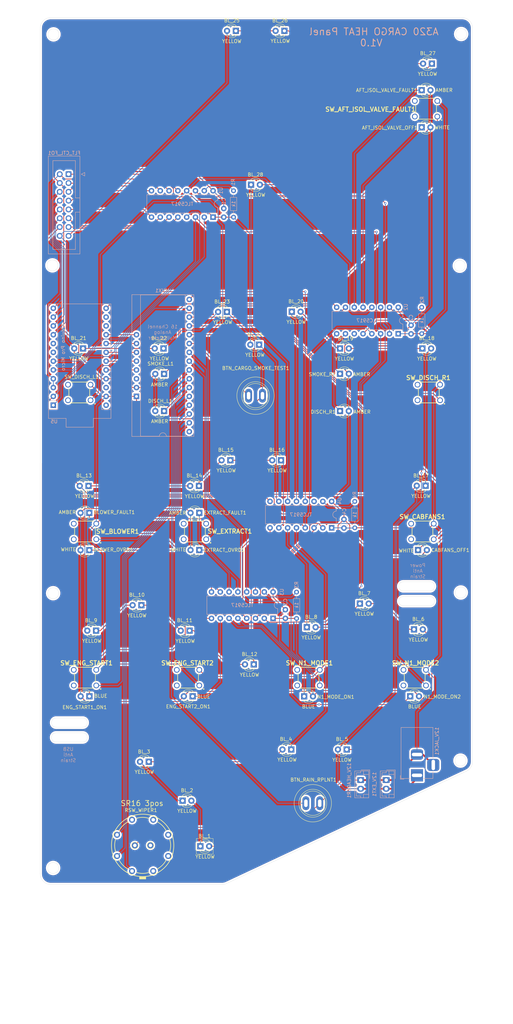
<source format=kicad_pcb>
(kicad_pcb (version 20240108) (generator "pcbnew") (generator_version "8.0")
  (title_block (title "A320 CARGO HEAT Panel") (date "2024-11-17") (rev "V1.0") (company "S.K."))
  (layers (0 "F.Cu" signal) (31 "B.Cu" mixed) (34 "B.Paste" user) (35 "F.Paste" user) (36 "B.SilkS" user "B.Silkscreen") (37 "F.SilkS" user "F.Silkscreen") (38 "B.Mask" user) (39 "F.Mask" user) (44 "Edge.Cuts" user))
  (net 0 "")
  (net 1 "GND")
  (net 2 "12V_IN")
  (net 3 "Net-(BL_1-K)")
  (net 4 "Net-(BL_2-K)")
  (net 5 "Net-(BL_3-K)")
  (net 6 "BACKLIGHT_1")
  (net 7 "Net-(BL_5-K)")
  (net 8 "Net-(BL_6-K)")
  (net 9 "Net-(BL_7-K)")
  (net 10 "BACKLIGHT_2")
  (net 11 "Net-(BL_10-A)")
  (net 12 "Net-(BL_10-K)")
  (net 13 "Net-(BL_11-K)")
  (net 14 "BACKLIGHT_3")
  (net 15 "Net-(BL_13-K)")
  (net 16 "Net-(BL_14-K)")
  (net 17 "Net-(BL_15-K)")
  (net 18 "BACKLIGHT_4")
  (net 19 "Net-(BL_17-K)")
  (net 20 "Net-(BL_18-K)")
  (net 21 "Net-(BL_19-K)")
  (net 22 "BACKLIGHT_5")
  (net 23 "Net-(BL_21-K)")
  (net 24 "Net-(BL_22-K)")
  (net 25 "Net-(BL_23-K)")
  (net 26 "BACKLIGHT_6")
  (net 27 "Net-(BL_25-K)")
  (net 28 "Net-(BL_26-K)")
  (net 29 "Net-(BL_27-K)")
  (net 30 "BACKLIGHT_7")
  (net 31 "+5V")
  (net 32 "AFT_ISOL_VALVE_FAULT")
  (net 33 "AFT_ISOL_VALVE_OFF")
  (net 34 "BLOWER_FAULT")
  (net 35 "BLOWER_OVRD")
  (net 36 "CABFANS_OFF")
  (net 37 "BTN_CARGO_SMOKE_TEST")
  (net 38 "DISCH_L")
  (net 39 "DISCH_R")
  (net 40 "ENG_START1_ON")
  (net 41 "ENG_START2_ON")
  (net 42 "EXTRACT_FAULT")
  (net 43 "EXTRACT_OVRD")
  (net 44 "BTN_FAC2")
  (net 45 "SEC3_FAULT")
  (net 46 "SEC3_OFF")
  (net 47 "FAC2_FAULT")
  (net 48 "ELAC2_OFF")
  (net 49 "BTN_RAIN_RPLNT")
  (net 50 "BTN_SEC2")
  (net 51 "RSW_WIPER_OFF")
  (net 53 "MUX1_DATA")
  (net 54 "MUX_S1")
  (net 55 "MUX_S0")
  (net 56 "BACKLIGHT_EXT")
  (net 57 "BTN_ELAC2")
  (net 58 "ELAC2_FAULT")
  (net 59 "FAC2_OFF")
  (net 60 "SW_DISCH_R")
  (net 61 "SW_BLOWER")
  (net 62 "SW_N1_MODE1")
  (net 63 "SW_N1_MODE2")
  (net 64 "SW_DISCH_L")
  (net 65 "Net-(U1-R-EXT)")
  (net 66 "Net-(U2-R-EXT)")
  (net 67 "Net-(U4-R-EXT)")
  (net 68 "Net-(U3-R-EXT)")
  (net 69 "SW_AFT_ISOL_VALVE_FAULT")
  (net 76 "SW_ENG_START2")
  (net 77 "SW_EXTRACT")
  (net 78 "SW_ENG_START1")
  (net 79 "SW_CABFANS")
  (net 80 "N1_MODE_ON1")
  (net 81 "N1_MODE_ON2")
  (net 82 "SMOKE_L")
  (net 83 "SMOKE_R")
  (net 105 "MUX_S3")
  (net 106 "MUX_S2")
  (net 107 "RSW_WIPER_SLOW")
  (net 108 "RSW_WIPER_FAST")
  (net 109 "OSH_CLOCK")
  (net 110 "OUT_BRT_LED")
  (net 111 "OSH_DOUT1")
  (net 113 "OSH_LATCH")
  (net 114 "SEC2_FAULT")
  (net 115 "SEC2_OFF")
  (net 120 "BTN_SEC3")
  (net 121 "OSH_DIN")
  (net 122 "OSH_DOUT2")
  (net 123 "OSH_DOUT3")
  (net 124 "OUT_BRT_BACK")
  (footprint "LED_THT:LED_D3.0mm" (layer "F.Cu") (at 172.7504 136.8298 180)
    (property "Reference" "BL_24")
    (property "Value" "YELLOW")
  )
  (footprint "LED_THT:LED_D3.0mm" (layer "F.Cu") (at 219.6592 74.168)
    (property "Reference" "AFT_ISOL_VALVE_OFF1")
    (property "Value" "WHITE")
  )
  (footprint "LED_THT:LED_D3.0mm" (layer "F.Cu") (at 196.083 145.2118)
    (property "Reference" "SMOKE_R1")
    (property "Value" "AMBER")
  )
  (footprint "LED_THT:LED_D3.0mm" (layer "F.Cu") (at 179.07 170.1546 180)
    (property "Reference" "BL_16")
    (property "Value" "YELLOW")
  )
  (footprint "LED_THT:LED_D3.0mm" (layer "F.Cu") (at 145.318 155.956 180)
    (property "Reference" "DISCH_L1")
    (property "Value" "AMBER")
  )
  (footprint "LED_THT:LED_D3.0mm" (layer "F.Cu") (at 216.3572 238.2012)
    (property "Reference" "N1_MODE_ON2")
    (property "Value" "BLUE")
  )
  (footprint "LED_THT:LED_D3.0mm" (layer "F.Cu") (at 123.7538 238.2012 180)
    (property "Reference" "ENG_START1_ON1")
    (property "Value" "BLUE")
  )
  (footprint "LED_THT:LED_D3.0mm" (layer "F.Cu") (at 150.6474 268.3002)
    (property "Reference" "BL_2")
    (property "Value" "YELLOW")
  )
  (footprint "LED_THT:LED_D3.0mm" (layer "F.Cu") (at 152.659 219.2782 180)
    (property "Reference" "BL_11")
    (property "Value" "YELLOW")
  )
  (footprint "LED_THT:LED_D3.0mm" (layer "F.Cu") (at 170.4086 90.7034)
    (property "Reference" "BL_28")
    (property "Value" "YELLOW")
  )
  (footprint "SamacSys_Parts:B3F1000" (layer "F.Cu") (at 120.8278 150.6072)
    (property "Reference" "SW_DISCH_L1")
    (property "Value" "B3F-1055" (hide yes))
  )
  (footprint "LED_THT:LED_D3.0mm" (layer "F.Cu") (at 153.548 238.2012 180)
    (property "Reference" "ENG_START2_ON1")
    (property "Value" "BLUE")
  )
  (footprint "LED_THT:LED_D3.0mm" (layer "F.Cu") (at 163.449 127.381 180)
    (property "Reference" "BL_23")
    (property "Value" "YELLOW")
  )
  (footprint "SamacSys_Parts:B3F1000" (layer "F.Cu") (at 122.4816 190.6884)
    (property "Reference" "SW_BLOWER1")
    (property "Value" "B3F-1055" (hide yes))
  )
  (footprint "LED_THT:LED_D3.0mm" (layer "F.Cu") (at 182.0214 253.5428 180)
    (property "Reference" "BL_4")
    (property "Value" "YELLOW")
  )
  (footprint "SamacSys_Parts:B3F1000" (layer "F.Cu") (at 154.2062 190.6884)
    (property "Reference" "SW_EXTRACT1")
    (property "Value" "B3F-1055" (hide yes))
  )
  (footprint "My:SR16-AB" (layer "F.Cu") (at 139.1172 281.19)
    (property "Reference" "RSW_WIPER1")
    (property "Value" "SR16 3pos")
  )
  (footprint "LED_THT:LED_D3.0mm" (layer "F.Cu") (at 217.4444 218.9226)
    (property "Reference" "BL_6")
    (property "Value" "YELLOW")
  )
  (footprint "LED_THT:LED_D3.0mm" (layer "F.Cu") (at 182.1638 127.3302)
    (property "Reference" "BL_20")
    (property "Value" "YELLOW")
  )
  (footprint "My:SW-Push" (layer "F.Cu") (at 188.2394 269.0368)
    (property "Reference" "BTN_RAIN_RPLNT1")
    (property "Value" "Push Button" (hide yes))
  )
  (footprint "LED_THT:LED_D3.0mm" (layer "F.Cu") (at 201.8234 211.4804)
    (property "Reference" "BL_7")
    (property "Value" "YELLOW")
  )
  (footprint "LED_THT:LED_D3.0mm" (layer "F.Cu") (at 155.4734 196.0372 180)
    (property "Reference" "EXTRACT_OVRD1")
    (property "Value" "WHITE")
  )
  (footprint "LED_THT:LED_D3.0mm" (layer "F.Cu") (at 155.4734 185.3184 180)
    (property "Reference" "EXTRACT_FAULT1")
    (property "Value" "AMBER")
  )
  (footprint "LED_THT:LED_D3.0mm" (layer "F.Cu") (at 219.8574 137.922)
    (property "Reference" "BL_18")
    (property "Value" "YELLOW")
  )
  (footprint "LED_THT:LED_D3.0mm" (layer "F.Cu") (at 186.5072 218.2876)
    (property "Reference" "BL_8")
    (property "Value" "YELLOW")
  )
  (footprint "LED_THT:LED_D3.0mm" (layer "F.Cu") (at 125.6842 219.2782 180)
    (property "Reference" "BL_9")
    (property "Value" "YELLOW")
  )
  (footprint "LED_THT:LED_D3.0mm" (layer "F.Cu") (at 164.4446 170.1546 180)
    (property "Reference" "BL_15")
    (property "Value" "YELLOW")
  )
  (footprint "LED_THT:LED_D3.0mm" (layer "F.Cu") (at 145.1406 137.922 180)
    (property "Reference" "BL_22")
    (property "Value" "YELLOW")
  )
  (footprint "LED_THT:LED_D3.0mm" (layer "F.Cu") (at 121.925 137.922 180)
    (property "Reference" "BL_21")
    (property "Value" "YELLOW")
  )
  (footprint "LED_THT:LED_D3.0mm" (layer "F.Cu") (at 196.088 137.922)
    (property "Reference" "BL_19")
    (property "Value" "YELLOW")
  )
  (footprint "My:SW-Push" (layer "F.Cu") (at 171.704 151.5364)
    (property "Reference" "BTN_CARGO_SMOKE_TEST1")
    (property "Value" "Push Button" (hide yes))
  )
  (footprint "LED_THT:LED_D3.0mm" (layer "F.Cu") (at 220.7818 177.4952 180)
    (property "Reference" "BL_17")
    (property "Value" "YELLOW")
  )
  (footprint "LED_THT:LED_D3.0mm" (layer "F.Cu") (at 145.318 145.2626 180)
    (property "Reference" "SMOKE_L1")
    (property "Value" "AMBER")
  )
  (footprint "LED_THT:LED_D3.0mm" (layer "F.Cu") (at 185.7452 238.2266)
    (property "Reference" "N1_MODE_ON1")
    (property "Value" "BLUE")
  )
  (footprint "LED_THT:LED_D3.0mm" (layer "F.Cu") (at 180.0402 46.355 180)
    (property "Reference" "BL_26")
    (property "Value" "YELLOW")
  )
  (footprint "LED_THT:LED_D3.0mm" (layer "F.Cu") (at 123.7234 185.3184 180)
    (property "Reference" "BLOWER_FAULT1")
    (property "Value" "AMBER")
  )
  (footprint "SamacSys_Parts:B3F1000" (layer "F.Cu") (at 221.7178 150.6072)
    (property "Reference" "SW_DISCH_R1")
    (property "Value" "B3F-1055" (hide yes))
  )
  (footprint "SamacSys_Parts:B3F1000" (layer "F.Cu") (at 186.9976 232.8317)
    (property "Reference" "SW_N1_MODE1")
    (property "Value" "B3F-1055" (hide yes))
  )
  (footprint "LED_THT:LED_D3.0mm" (layer "F.Cu") (at 155.3768 177.546 180)
    (property "Reference" "BL_14")
    (property "Value" "YELLOW")
  )
  (footprint "LED_THT:LED_D3.0mm" (layer "F.Cu") (at 155.7782 281.432)
    (property "Reference" "BL_1")
    (property "Value" "YELLOW")
  )
  (footprint "LED_THT:LED_D3.0mm" (layer "F.Cu") (at 219.6592 63.4492)
    (property "Reference" "AFT_ISOL_VALVE_FAULT1")
    (property "Value" "AMBER")
  )
  (footprint "SamacSys_Parts:B3F1000" (layer "F.Cu") (at 152.225 232.8317)
    (property "Reference" "SW_ENG_START2")
    (property "Value" "B3F-1055" (hide yes))
  )
  (footprint "SamacSys_Parts:B3F1000" (layer "F.Cu") (at 122.4816 232.8317)
    (property "Reference" "SW_ENG_START1")
    (property "Value" "B3F-1055" (hide yes))
  )
  (footprint "LED_THT:LED_D3.0mm" (layer "F.Cu") (at 123.7234 196.0626 180)
    (property "Reference" "BLOWER_OVRD1")
    (property "Value" "WHITE")
  )
  (footprint "LED_THT:LED_D3.0mm" (layer "F.Cu") (at 171.196 229.0064 180)
    (property "Reference" "BL_12")
    (property "Value" "YELLOW")
  )
  (footprint "LED_THT:LED_D3.0mm" (layer "F.Cu") (at 222.6106 55.8038 180)
    (property "Reference" "BL_27")
    (property "Value" "YELLOW")
  )
  (footprint "LED_THT:LED_D3.0mm" (layer "F.Cu") (at 123.4948 177.546 180)
    (property "Reference" "BL_13")
    (property "Value" "YELLOW")
  )
  (footprint "SamacSys_Parts:B3F1000" (layer "F.Cu") (at 220.9292 68.8086)
    (property "Reference" "SW_AFT_ISOL_VALVE_FAULT1")
    (property "Value" "B3F-1055" (hide yes))
  )
  (footprint "LED_THT:LED_D3.0mm" (layer "F.Cu") (at 166.0194 46.355 180)
    (property "Reference" "BL_25")
    (property "Value" "YELLOW")
  )
  (footprint "LED_THT:LED_D3.0mm" (layer "F.Cu") (at 218.6178 196.0372)
    (property "Reference" "CABFANS_OFF1")
    (property "Value" "WHITE")
  )
  (footprint "SamacSys_Parts:B3F1000" (layer "F.Cu") (at 217.6554 232.8317)
    (property "Reference" "SW_N1_MODE2")
    (property "Value" "B3F-1055" (hide yes))
  )
  (footprint "SamacSys_Parts:B3F1000" (layer "F.Cu") (at 219.889 190.6884)
    (property "Reference" "SW_CABFANS1")
    (property "Value" "B3F-1055" (hide yes))
  )
  (footprint "LED_THT:LED_D3.0mm" (layer "F.Cu") (at 140.8938 257.0734 180)
    (property "Reference" "BL_3")
    (property "Value" "YELLOW")
  )
  (footprint "LED_THT:LED_D3.0mm" (layer "F.Cu") (at 196.083 155.956)
    (property "Reference" "DISCH_R1")
    (property "Value" "AMBER")
  )
  (footprint "LED_THT:LED_D3.0mm" (layer "F.Cu") (at 138.7602 211.9376 180)
    (property "Reference" "BL_10")
    (property "Value" "YELLOW")
  )
  (footprint "LED_THT:LED_D3.0mm" (layer "F.Cu") (at 198.0234 253.5428 180)
    (property "Reference" "BL_5")
    (property "Value" "YELLOW")
  )
  (footprint "Resistor_THT:R_Axial_DIN0204_L3.6mm_D1.6mm_P7.62mm_Horizontal" (layer "B.Cu") (at 165.354 92.456 -90)
    (property "Reference" "R1")
    (property "Value" "1k")
  )
  (footprint "Capacitor_THT:C_Disc_D3.0mm_W1.6mm_P2.50mm" (layer "B.Cu") (at 162.5346 97.576 -90)
    (property "Reference" "C1")
    (property "Value" "0.1uF Ceramic" (hide yes))
  )
  (footprint "Package_DIP:DIP-16_W7.62mm" (layer "B.Cu") (at 176.769 215.7376 90)
    (property "Reference" "U3")
    (property "Value" "TLC5917")
  )
  (footprint "Connector_JST:JST_EH_B2B-EH-A_1x02_P2.50mm_Vertical" (layer "B.Cu") (at 202.057 262.3566 -90)
    (property "Reference" "12V_HEADER1")
    (property "Value" "Pin Header 1x02" (hide yes))
  )
  (footprint "Arduino:Sparkfun_Pro_Micro" (layer "B.Cu") (at 128.5748 126.3396 180)
    (property "Reference" "U5")
    (property "Value" "Arduino Pro Micro")
  )
  (footprint "Package_DIP:DIP-16_W7.62mm" (layer "B.Cu") (at 159.4462 100.066 90)
    (property "Reference" "U1")
    (property "Value" "TLC5917")
  )
  (footprint "Resistor_THT:R_Axial_DIN0204_L3.6mm_D1.6mm_P7.62mm_Horizontal" (layer "B.Cu") (at 200.3552 182.0164 -90)
    (property "Reference" "R4")
    (property "Value" "1k")
  )
  (footprint "My:MUX74HC4067" (layer "B.Cu") (at 145.4912 142.6718 180)
    (property "Reference" "MUX1")
    (property "Value" "MUX74HC4067" (hide yes))
  )
  (footprint "Capacitor_THT:C_Disc_D3.0mm_W1.6mm_P2.50mm" (layer "B.Cu") (at 216.6068 131.2216 -90)
    (property "Reference" "C2")
    (property "Value" "0.1uF Ceramic" (hide yes))
  )
  (footprint "Connector_JST:JST_EH_B2B-EH-A_1x02_P2.50mm_Vertical" (layer "B.Cu") (at 209.423 262.3566 -90)
    (property "Reference" "12V_EXT1")
    (property "Value" "Pin Header 1x02" (hide yes))
  )
  (footprint "Capacitor_THT:C_Disc_D3.0mm_W1.6mm_P2.50mm" (layer "B.Cu") (at 197.231 187.1926 -90)
    (property "Reference" "C4")
    (property "Value" "0.1uF Ceramic" (hide yes))
  )
  (footprint "Resistor_THT:R_Axial_DIN0204_L3.6mm_D1.6mm_P7.62mm_Horizontal" (layer "B.Cu") (at 219.6802 126.0454 -90)
    (property "Reference" "R2")
    (property "Value" "1k")
  )
  (footprint "Resistor_THT:R_Axial_DIN0204_L3.6mm_D1.6mm_P7.62mm_Horizontal" (layer "B.Cu") (at 183.5464 208.1578 -90)
    (property "Reference" "R3")
    (property "Value" "1k")
  )
  (footprint "Capacitor_THT:C_Disc_D3.0mm_W1.6mm_P2.50mm" (layer "B.Cu") (at 180.3206 213.2324 -90)
    (property "Reference" "C3")
    (property "Value" "0.1uF Ceramic" (hide yes))
  )
  (footprint "Package_DIP:DIP-16_W7.62mm" (layer "B.Cu") (at 212.9028 133.6802 90)
    (property "Reference" "U2")
    (property "Value" "TLC5917")
  )
  (footprint "Package_DIP:DIP-16_W7.62mm" (layer "B.Cu") (at 193.675 189.6364 90)
    (property "Reference" "U4")
    (property "Value" "TLC5917")
  )
  (footprint "Connector_BarrelJack:BarrelJack_Horizontal" (layer "B.Cu") (at 218.313 260.9906 -90)
    (property "Reference" "12V_JACK1")
    (property "Value" "Power Jack" (hide yes))
  )
  (footprint "Connector_IDC:IDC-Header_2x08_P2.54mm_Vertical" (layer "B.Cu") (at 117.729 87.6808 180)
    (property "Reference" "FLT_CTL_FO1")
    (property "Value" "Pin Header 2x08" (hide yes))
  )
  (gr_rect (start 154.6182 279.2074) (end 159.4682 283.7074) (stroke (width 0.1)) (fill none) (layer "F.SilkS"))
  (gr_arc (start 114.1476 247.142) (mid 112.80265 245.79701) (end 114.1476 244.45202) (stroke (width 0.05)) (layer "Edge.Cuts"))
  (gr_line (start 112.5756 42.545) (end 231.3404 42.545) (stroke (width 0.05)) (layer "Edge.Cuts"))
  (gr_line (start 234.3404 45.545) (end 234.3404 257.044252) (stroke (width 0.05)) (layer "Edge.Cuts"))
  (gr_arc (start 109.5756 45.545) (mid 110.45428 43.42368) (end 112.5756 42.545) (stroke (width 0.05)) (layer "Edge.Cuts"))
  (gr_line (start 214.376 212.11419) (end 222.04284 212.11419) (stroke (width 0.05)) (layer "Edge.Cuts"))
  (gr_circle (center 230.8606 256.7432) (end 232.4606 256.7432) (stroke (width 0.05)) (fill none) (layer "Edge.Cuts"))
  (gr_circle (center 230.9622 208.28) (end 232.5622 208.28) (stroke (width 0.05)) (fill none) (layer "Edge.Cuts"))
  (gr_line (start 214.37204 209.42421) (end 222.04284 209.42421) (stroke (width 0.05)) (layer "Edge.Cuts"))
  (gr_line (start 121.81444 244.45202) (end 114.1476 244.45202) (stroke (width 0.05)) (layer "Edge.Cuts"))
  (gr_line (start 214.37996 207.84578) (end 222.0468 207.84578) (stroke (width 0.05)) (layer "Edge.Cuts"))
  (gr_line (start 162.045478 292.4556) (end 112.5756 292.4556) (stroke (width 0.05)) (layer "Edge.Cuts"))
  (gr_circle (center 230.6574 114.0714) (end 232.2574 114.0714) (stroke (width 0.05)) (fill none) (layer "Edge.Cuts"))
  (gr_arc (start 214.376 212.1154) (mid 213.031 210.7704) (end 214.376 209.42542) (stroke (width 0.05)) (layer "Edge.Cuts"))
  (gr_line (start 121.81048 248.72043) (end 114.14364 248.72043) (stroke (width 0.05)) (layer "Edge.Cuts"))
  (gr_arc (start 234.3404 257.044252) (mid 233.871496 258.654652) (end 232.61143 259.761692) (stroke (width 0.05)) (layer "Edge.Cuts"))
  (gr_circle (center 113.0808 113.9698) (end 114.6808 113.9698) (stroke (width 0.05)) (fill none) (layer "Edge.Cuts"))
  (gr_arc (start 222.0468 205.1558) (mid 223.3918 206.5008) (end 222.0468 207.84578) (stroke (width 0.05)) (layer "Edge.Cuts"))
  (gr_line (start 121.81444 251.41041) (end 114.14364 251.41041) (stroke (width 0.05)) (layer "Edge.Cuts"))
  (gr_line (start 214.376 205.1558) (end 222.0468 205.1558) (stroke (width 0.05)) (layer "Edge.Cuts"))
  (gr_arc (start 114.14364 251.41041) (mid 112.79864 250.06542) (end 114.14364 248.72043) (stroke (width 0.05)) (layer "Edge.Cuts"))
  (gr_arc (start 222.04284 209.42421) (mid 223.38779 210.7692) (end 222.04284 212.11419) (stroke (width 0.05)) (layer "Edge.Cuts"))
  (gr_circle (center 231.0638 47.2694) (end 232.6638 47.2694) (stroke (width 0.05)) (fill none) (layer "Edge.Cuts"))
  (gr_circle (center 113.284 287.7058) (end 114.884 287.7058) (stroke (width 0.05)) (fill none) (layer "Edge.Cuts"))
  (gr_arc (start 121.81444 244.45081) (mid 123.15944 245.7958) (end 121.81444 247.14079) (stroke (width 0.05)) (layer "Edge.Cuts"))
  (gr_line (start 121.8184 247.142) (end 114.1476 247.142) (stroke (width 0.05)) (layer "Edge.Cuts"))
  (gr_arc (start 231.3404 42.545) (mid 233.46172 43.42368) (end 234.3404 45.545) (stroke (width 0.05)) (layer "Edge.Cuts"))
  (gr_arc (start 163.316508 292.17304) (mid 162.696507 292.384108) (end 162.045478 292.4556) (stroke (width 0.05)) (layer "Edge.Cuts"))
  (gr_arc (start 121.81048 248.71922) (mid 123.15553 250.06421) (end 121.81048 251.4092) (stroke (width 0.05)) (layer "Edge.Cuts"))
  (gr_arc (start 112.5756 292.4556) (mid 110.45428 291.57692) (end 109.5756 289.4556) (stroke (width 0.05)) (layer "Edge.Cuts"))
  (gr_arc (start 214.37996 207.84699) (mid 213.03491 206.502) (end 214.37996 205.15701) (stroke (width 0.05)) (layer "Edge.Cuts"))
  (gr_circle (center 113.284 208.4832) (end 114.884 208.4832) (stroke (width 0.05)) (fill none) (layer "Edge.Cuts"))
  (gr_line (start 109.5756 289.4556) (end 109.5756 45.545) (stroke (width 0.05)) (layer "Edge.Cuts"))
  (gr_circle (center 113.3856 47.371) (end 114.9856 47.371) (stroke (width 0.05)) (fill none) (layer "Edge.Cuts"))
  (gr_line (start 163.316508 292.17304) (end 232.61143 259.761692) (stroke (width 0.05)) (layer "Edge.Cuts"))
  (gr_text "16 Channel\nAnalog\nMultiplexer" (at 144.8816 135.4328 0) (layer "B.SilkS") (effects (font (size 1 1) (thickness 0.1)) (justify bottom mirror)))
  (gr_text "Power\nAnti\nStrain" (at 218.5416 204.2414 0) (layer "B.SilkS") (effects (font (size 1 1) (thickness 0.1)) (justify bottom mirror)))
  (gr_text "USB\nAnti\nStrain" (at 117.64884 257.2512 0) (layer "B.SilkS") (effects (font (size 1 1) (thickness 0.1)) (justify bottom mirror)))
  (gr_text "${TITLE} \n${REVISION}" (at 205.105 50.9778 0) (layer "B.SilkS") (effects (font (size 2 2) (thickness 0.25)) (justify bottom mirror)))
  (segment (start 222.286 133.6654) (end 219.6802 133.6654) (width 0.2) (layer "F.Cu") (net 1))
  (segment (start 155.475 230.5817) (end 157.3795 232.4862) (width 0.2) (layer "F.Cu") (net 1))
  (segment (start 176.769 215.7376) (end 180.318 215.7376) (width 0.2) (layer "F.Cu") (net 1))
  (segment (start 137.3378 152.9508) (end 142.587 158.2) (width 0.2) (layer "F.Cu") (net 1))
  (segment (start 127.4085 228.9048) (end 153.7981 228.9048) (width 0.2) (layer "F.Cu") (net 1))
  (segment (start 115.189 87.6808) (end 116.579 89.0708) (width 0.2) (layer "F.Cu") (net 1))
  (segment (start 180.3206 215.7324) (end 183.501 215.7324) (width 0.2) (layer "F.Cu") (net 1))
  (segment (start 191.7721 229.0572) (end 219.3809 229.0572) (width 0.2) (layer "F.Cu") (net 1))
  (segment (start 156.038 187.0202) (end 157.4562 188.4384) (width 0.2) (layer "F.Cu") (net 1))
  (segment (start 190.2394 269.0368) (end 196.9196 262.3566) (width 0.2) (layer "F.Cu") (net 1))
  (segment (start 209.423 262.3566) (end 202.057 262.3566) (width 0.5) (layer "F.Cu") (net 1))
  (segment (start 147.9804 91.8464) (end 147.9804 93.1418) (width 0.2) (layer "F.Cu") (net 1))
  (segment (start 200.3552 189.6364) (end 221.941 189.6364) (width 0.2) (layer "F.Cu") (net 1))
  (segment (start 157.3795 232.4862) (end 188.3431 232.4862) (width 0.2) (layer "F.Cu") (net 1))
  (segment (start 137.3378 151.7396) (end 137.3378 152.9508) (width 0.2) (layer "F.Cu") (net 1))
  (segment (start 224.9678 148.3572) (end 224.9678 136.3472) (width 0.2) (layer "F.Cu") (net 1))
  (segment (start 125.7316 188.4384) (end 127.1498 187.0202) (width 0.2) (layer "F.Cu") (net 1))
  (segment (start 188.3431 232.4862) (end 190.2476 230.5817) (width 0.2) (layer "F.Cu") (net 1))
  (segment (start 147.9804 93.1418) (end 149.0472 94.2086) (width 0.2) (layer "F.Cu") (net 1))
  (segment (start 137.3378 151.7396) (end 128.5748 151.7396) (width 0.2) (layer "F.Cu") (net 1))
  (segment (start 196.9196 262.3566) (end 202.057 262.3566) (width 0.2) (layer "F.Cu") (net 1))
  (segment (start 210.947 262.3566) (end 209.423 262.3566) (width 0.5) (layer "F.Cu") (net 1))
  (segment (start 223.013 257.9906) (end 220.013 254.9906) (width 0.5) (layer "F.Cu") (net 1))
  (segment (start 145.2048 89.0708) (end 147.9804 91.8464) (width 0.2) (layer "F.Cu") (net 1))
  (segment (start 142.0862 275.971) (end 136.8672 281.19) (width 0.2) (layer "F.Cu") (net 1))
  (segment (start 220.013 254.9906) (end 218.313 254.9906) (width 0.2) (layer "F.Cu") (net 1))
  (segment (start 153.7981 228.9048) (end 155.475 230.5817) (width 0.2) (layer "F.Cu") (net 1))
  (segment (start 167.0404 158.2) (end 173.704 151.5364) (width 0.2) (layer "F.Cu") (net 1))
  (segment (start 142.587 158.2) (end 167.0404 158.2) (width 0.2) (layer "F.Cu") (net 1))
  (segment (start 159.4462 100.066) (end 162.5246 100.066) (width 0.2) (layer "F.Cu") (net 1))
  (segment (start 153.5888 94.2086) (end 159.4462 100.066) (width 0.2) (layer "F.Cu") (net 1))
  (segment (start 224.9678 136.3472) (end 222.286 133.6654) (width 0.2) (layer "F.Cu") (net 1))
  (segment (start 218.313 254.9906) (end 210.947 262.3566) (width 0.5) (layer "F.Cu") (net 1))
  (segment (start 190.2394 269.0368) (end 183.3052 275.971) (width 0.2) (layer "F.Cu") (net 1))
  (segment (start 127.4602 151.7396) (end 124.0778 148.3572) (width 0.2) (layer "F.Cu") (net 1))
  (segment (start 219.3809 229.0572) (end 220.9054 230.5817) (width 0.2) (layer "F.Cu") (net 1))
  (segment (start 190.2476 230.5817) (end 191.7721 229.0572) (width 0.2) (layer "F.Cu") (net 1))
  (segment (start 162.5346 100.076) (end 165.354 100.076) (width 0.2) (layer "F.Cu") (net 1))
  (segment (start 149.0472 94.2086) (end 153.5888 94.2086) (width 0.2) (layer "F.Cu") (net 1))
  (segment (start 183.3052 275.971) (end 142.0862 275.971) (width 0.2) (layer "F.Cu") (net 1))
  (segment (start 127.1498 187.0202) (end 156.038 187.0202) (width 0.2) (layer "F.Cu") (net 1))
  (segment (start 216.7088 133.6654) (end 219.6802 133.6654) (width 0.2) (layer "F.Cu") (net 1))
  (segment (start 221.941 189.6364) (end 223.139 188.4384) (width 0.2) (layer "F.Cu") (net 1))
  (segment (start 125.7316 230.5817) (end 127.4085 228.9048) (width 0.2) (layer "F.Cu") (net 1))
  (segment (start 128.5748 151.7396) (end 127.4602 151.7396) (width 0.2) (layer "F.Cu") (net 1))
  (segment (start 116.579 89.0708) (end 145.2048 89.0708) (width 0.2) (layer "F.Cu") (net 1))
  (segment (start 223.266 237.744) (end 223.266 232.9423) (width 0.2) (layer "B.Cu") (net 1))
  (segment (start 218.313 254.9906) (end 218.313 242.697) (width 0.2) (layer "B.Cu") (net 1))
  (segment (start 115.287 122.1268) (end 115.287 110.096886) (width 0.2) (layer "B.Cu") (net 1))
  (segment (start 218.313 242.697) (end 223.266 237.744) (width 0.2) (layer "B.Cu") (net 1))
  (segment (start 223.266 232.9423) (end 220.9054 230.5817) (width 0.2) (layer "B.Cu") (net 1))
  (segment (start 193.675 189.6364) (end 197.1748 189.6364) (width 0.2) (layer "B.Cu") (net 1))
  (segment (start 183.5464 215.7778) (end 183.5464 226.128429) (width 0.2) (layer "B.Cu") (net 1))
  (segment (start 111.7092 125.7046) (end 115.287 122.1268) (width 0.2) (layer "B.Cu") (net 1))
  (segment (start 171.4805 141.097) (end 173.704 143.3205) (width 0.2) (layer "B.Cu") (net 1))
  (segment (start 170.0086 133.374914) (end 171.4805 134.846814) (width 0.2) (layer "B.Cu") (net 1))
  (segment (start 111.7092 145.0594) (end 111.7092 125.7046) (width 0.2) (layer "B.Cu") (net 1))
  (segment (start 170.0086 104.7306) (end 170.0086 133.374914) (width 0.2) (layer "B.Cu") (net 1))
  (segment (start 219.6802 133.6654) (end 226.5934 126.7522) (width 0.2) (layer "B.Cu") (net 1))
  (segment (start 223.139 150.186) (end 223.139 188.4384) (width 0.2) (layer "B.Cu") (net 1))
  (segment (start 115.287 110.096886) (end 112.415 107.224886) (width 0.2) (layer "B.Cu") (net 1))
  (segment (start 171.4805 134.846814) (end 171.4805 141.097) (width 0.2) (layer "B.Cu") (net 1))
  (segment (start 124.02 190.15) (end 124.02 193.33) (width 0.2) (layer "B.Cu") (net 1))
  (segment (start 226.5934 126.7522) (end 226.5934 68.9728) (width 0.2) (layer "B.Cu") (net 1))
  (segment (start 224.9678 148.3572) (end 223.139 150.186) (width 0.2) (layer "B.Cu") (net 1))
  (segment (start 220.9054 230.5817) (end 224.9932 226.4939) (width 0.2) (layer "B.Cu") (net 1))
  (segment (start 125.7316 188.4384) (end 125.7316 154.5828) (width 0.2) (layer "B.Cu") (net 1))
  (segment (start 113.3348 146.6596) (end 113.3348 149.1996) (width 0.2) (layer "B.Cu") (net 1))
  (segment (start 125.7316 154.5828) (end 128.5748 151.7396) (width 0.2) (layer "B.Cu") (net 1))
  (segment (start 113.2459 146.5961) (end 111.7092 145.0594) (width 0.2) (layer "B.Cu") (net 1))
  (segment (start 173.704 143.3205) (end 173.704 151.5364) (width 0.2) (layer "B.Cu") (net 1))
  (segment (start 124.02 193.33) (end 127.85 197.16) (width 0.2) (layer "B.Cu") (net 1))
  (segment (start 127.85 197.16) (end 127.85 228.4633) (width 0.2) (layer "B.Cu") (net 1))
  (segment (start 183.5464 226.128429) (end 183.546401 226.128429) (width 0.2) (layer "B.Cu") (net 1))
  (segment (start 224.9932 190.2926) (end 223.139 188.4384) (width 0.2) (layer "B.Cu") (net 1))
  (segment (start 127.85 228.4633) (end 125.7316 230.5817) (width 0.2) (layer "B.Cu") (net 1))
  (segment (start 112.415 90.4548) (end 115.189 87.6808) (width 0.2) (layer "B.Cu") (net 1))
  (segment (start 125.7316 188.4384) (end 124.02 190.15) (width 0.2) (layer "B.Cu") (net 1))
  (segment (start 226.5934 68.9728) (end 224.1792 66.5586) (width 0.2) (layer "B.Cu") (net 1))
  (segment (start 224.9932 226.4939) (end 224.9932 190.2926) (width 0.2) (layer "B.Cu") (net 1))
  (segment (start 212.9028 133.6802) (end 216.5654 133.6802) (width 0.2) (layer "B.Cu") (net 1))
  (segment (start 165.354 100.076) (end 170.0086 104.7306) (width 0.2) (layer "B.Cu") (net 1))
  (segment (start 190.2476 230.5817) (end 187.999671 230.5817) (width 0.2) (layer "B.Cu") (net 1))
  (segment (start 197.231 189.6926) (end 200.299 189.6926) (width 0.2) (layer "B.Cu") (net 1))
  (segment (start 112.415 107.224886) (end 112.415 90.4548) (width 0.2) (layer "B.Cu") (net 1))
  (segment (start 183.546401 226.128429) (end 187.999671 230.5817) (width 0.2) (layer "B.Cu") (net 1))
  (segment (start 119.385 137.922) (end 119.385 175.9762) (width 0.2) (layer "F.Cu") (net 2))
  (segment (start 215.3304 264.8566) (end 209.423 264.8566) (width 0.5) (layer "F.Cu") (net 2))
  (segment (start 198.9474 264.8566) (end 202.057 264.8566) (width 0.2) (layer "F.Cu") (net 2))
  (segment (start 123.3488 179.94) (end 120.9548 177.546) (width 0.2) (layer "F.Cu") (net 2))
  (segment (start 158.3182 281.432) (end 182.372 281.432) (width 0.2) (layer "F.Cu") (net 2))
  (segment (start 182.372 281.432) (end 198.9474 264.8566) (width 0.2) (layer "F.Cu") (net 2))
  (segment (start 218.313 261.874) (end 215.3304 264.8566) (width 0.5) (layer "F.Cu") (net 2))
  (segment (start 119.385 175.9762) (end 120.9548 177.546) (width 0.2) (layer "F.Cu") (net 2))
  (segment (start 218.2418 177.4952) (end 215.797 179.94) (width 0.2) (layer "F.Cu") (net 2))
  (segment (start 215.797 179.94) (end 123.3488 179.94) (width 0.2) (layer "F.Cu") (net 2))
  (segment (start 209.423 264.8566) (end 202.057 264.8566) (width 0.5) (layer "F.Cu") (net 2))
  (segment (start 120.6804 104.1654) (end 163.4794 61.3664) (width 0.2) (layer "B.Cu") (net 2))
  (segment (start 163.4794 61.3664) (end 163.4794 46.355) (width 0.2) (layer "B.Cu") (net 2))
  (segment (start 115.189 105.4608) (end 116.4844 104.1654) (width 0.2) (layer "B.Cu") (net 2))
  (segment (start 117.287 135.824) (end 119.385 137.922) (width 0.2) (layer "B.Cu") (net 2))
  (segment (start 197.445 264.8566) (end 202.057 264.8566) (width 0.2) (layer "B.Cu") (net 2))
  (segment (start 123.1442 219.2782) (end 122.4535 218.5875) (width 0.2) (layer "B.Cu") (net 2))
  (segment (start 115.189 105.4608) (end 117.287 107.5588) (width 0.2) (layer "B.Cu") (net 2))
  (segment (start 122.4535 179.0447) (end 120.9548 177.546) (width 0.2) (layer "B.Cu") (net 2))
  (segment (start 211.9694 237.0568) (end 211.9694 216.0054) (width 0.2) (layer "B.Cu") (net 2))
  (segment (start 218.2418 182.392514) (end 218.2418 177.4952) (width 0.2) (layer "B.Cu") (net 2))
  (segment (start 195.4834 262.895) (end 197.445 264.8566) (width 0.2) (layer "B.Cu") (net 2))
  (segment (start 195.4834 253.5428) (end 211.9694 237.0568) (width 0.2) (layer "B.Cu") (net 2))
  (segment (start 211.9948 188.639514) (end 218.2418 182.392514) (width 0.2) (layer "B.Cu") (net 2))
  (segment (start 117.287 107.5588) (end 117.287 135.824) (width 0.2) (layer "B.Cu") (net 2))
  (segment (start 116.4844 104.1654) (end 120.6804 104.1654) (width 0.2) (layer "B.Cu") (net 2))
  (segment (start 211.9948 215.98) (end 211.9948 188.639514) (width 0.2) (layer "B.Cu") (net 2))
  (segment (start 122.4535 218.5875) (end 122.4535 179.0447) (width 0.2) (layer "B.Cu") (net 2))
  (segment (start 211.9694 216.0054) (end 211.9948 215.98) (width 0.2) (layer "B.Cu") (net 2))
  (segment (start 195.4834 253.5428) (end 195.4834 262.895) (width 0.2) (layer "B.Cu") (net 2))
  (segment (start 153.1874 268.3002) (end 155.7782 270.891) (width 0.2) (layer "B.Cu") (net 3))
  (segment (start 155.7782 270.891) (end 155.7782 281.432) (width 0.2) (layer "B.Cu") (net 3))
  (segment (start 149.5806 268.3002) (end 150.6474 268.3002) (width 0.2) (layer "B.Cu") (net 4))
  (segment (start 138.3538 257.0734) (end 149.5806 268.3002) (width 0.2) (layer "B.Cu") (net 4))
  (segment (start 140.8938 257.0734) (end 175.9508 257.0734) (width 0.2) (layer "F.Cu") (net 5))
  (segment (start 175.9508 257.0734) (end 179.4814 253.5428) (width 0.2) (layer "F.Cu") (net 5))
  (segment (start 182.0214 252.3411) (end 182.0214 253.5428) (width 0.2) (layer "B.Cu") (net 6))
  (segment (start 183.515 189.6364) (end 183.515 194.612) (width 0.2) (layer "B.Cu") (net 6))
  (segment (start 191.9732 203.0702) (end 191.9732 242.3893) (width 0.2) (layer "B.Cu") (net 6))
  (segment (start 191.9732 242.3893) (end 182.0214 252.3411) (width 0.2) (layer "B.Cu") (net 6))
  (segment (start 183.515 194.612) (end 191.9732 203.0702) (width 0.2) (layer "B.Cu") (net 6))
  (segment (start 205.252657 253.5428) (end 198.0234 253.5428) (width 0.2) (layer "F.Cu") (net 7))
  (segment (start 222.6056 221.5438) (end 222.6056 236.189857) (width 0.2) (layer "F.Cu") (net 7))
  (segment (start 219.9844 218.9226) (end 222.6056 221.5438) (width 0.2) (layer "F.Cu") (net 7))
  (segment (start 222.6056 236.189857) (end 205.252657 253.5428) (width 0.2) (layer "F.Cu") (net 7))
  (segment (start 217.4444 218.9226) (end 216.2427 218.9226) (width 0.2) (layer "F.Cu") (net 8))
  (segment (start 204.3634 211.4804) (end 208.8005 211.4804) (width 0.2) (layer "F.Cu") (net 8))
  (segment (start 208.8005 211.4804) (end 216.2427 218.9226) (width 0.2) (layer "F.Cu") (net 8))
  (segment (start 195.0162 218.2876) (end 201.8234 211.4804) (width 0.2) (layer "F.Cu") (net 9))
  (segment (start 189.0472 218.2876) (end 195.0162 218.2876) (width 0.2) (layer "F.Cu") (net 9))
  (segment (start 186.5072 218.2876) (end 186.5072 200.1266) (width 0.2) (layer "B.Cu") (net 10))
  (segment (start 186.5072 200.1266) (end 180.975 194.5944) (width 0.2) (layer "B.Cu") (net 10))
  (segment (start 180.975 194.5944) (end 180.975 189.6364) (width 0.2) (layer "B.Cu") (net 10))
  (segment (start 134.2265 211.9376) (end 126.8859 219.2782) (width 0.2) (layer "F.Cu") (net 11))
  (segment (start 125.6842 219.2782) (end 126.8859 219.2782) (width 0.2) (layer "F.Cu") (net 11))
  (segment (start 136.2202 211.9376) (end 134.2265 211.9376) (width 0.2) (layer "F.Cu") (net 11))
  (segment (start 142.7784 211.9376) (end 150.119 219.2782) (width 0.2) (layer "F.Cu") (net 12))
  (segment (start 138.7602 211.9376) (end 142.7784 211.9376) (width 0.2) (layer "F.Cu") (net 12))
  (segment (start 163.5889 229.0064) (end 153.8607 219.2782) (width 0.2) (layer "F.Cu") (net 13))
  (segment (start 168.656 229.0064) (end 163.5889 229.0064) (width 0.2) (layer "F.Cu") (net 13))
  (segment (start 152.659 219.2782) (end 153.8607 219.2782) (width 0.2) (layer "F.Cu") (net 13))
  (segment (start 175.895 189.6364) (end 175.895 201.890828) (width 0.2) (layer "F.Cu") (net 14))
  (segment (start 170.47 207.315828) (end 170.47 227.08) (width 0.2) (layer "F.Cu") (net 14))
  (segment (start 170.47 227.08) (end 171.196 227.806) (width 0.2) (layer "F.Cu") (net 14))
  (segment (start 175.895 201.890828) (end 170.47 207.315828) (width 0.2) (layer "F.Cu") (net 14))
  (segment (start 171.196 227.806) (end 171.196 229.0064) (width 0.2) (layer "F.Cu") (net 14))
  (segment (start 123.4948 177.546) (end 152.8368 177.546) (width 0.2) (layer "F.Cu") (net 15))
  (segment (start 155.3768 177.546) (end 155.3768 176.3443) (width 0.2) (layer "F.Cu") (net 16))
  (segment (start 155.7149 176.3443) (end 161.9046 170.1546) (width 0.2) (layer "F.Cu") (net 16))
  (segment (start 155.3768 176.3443) (end 155.7149 176.3443) (width 0.2) (layer "F.Cu") (net 16))
  (segment (start 176.53 170.1546) (end 164.4446 170.1546) (width 0.2) (layer "F.Cu") (net 17))
  (segment (start 179.7558 188.3156) (end 178.435 189.6364) (width 0.2) (layer "B.Cu") (net 18))
  (segment (start 179.7558 170.8404) (end 179.7558 188.3156) (width 0.2) (layer "B.Cu") (net 18))
  (segment (start 220.7818 177.4952) (end 220.7818 139.5376) (width 0.2) (layer "B.Cu") (net 19))
  (segment (start 220.7818 139.5376) (end 222.3974 137.922) (width 0.2) (layer "B.Cu") (net 19))
  (segment (start 198.628 137.922) (end 219.8574 137.922) (width 0.2) (layer "F.Cu") (net 20))
  (segment (start 184.7038 127.3302) (end 195.2956 137.922) (width 0.2) (layer "F.Cu") (net 21))
  (segment (start 182.1638 127.3302) (end 182.1638 128.5319) (width 0.2) (layer "B.Cu") (net 22))
  (segment (start 183.515 129.8831) (end 182.1638 128.5319) (width 0.2) (layer "B.Cu") (net 22))
  (segment (start 183.515 182.0164) (end 183.515 129.8831) (width 0.2) (layer "B.Cu") (net 22))
  (segment (start 121.925 137.922) (end 142.6006 137.922) (width 0.2) (layer "F.Cu") (net 23))
  (segment (start 145.1768 137.922) (end 150.46 132.6388) (width 0.2) (layer "B.Cu") (net 24))
  (segment (start 150.46 132.6388) (end 155.6512 132.6388) (width 0.2) (layer "B.Cu") (net 24))
  (segment (start 155.6512 132.6388) (end 160.909 127.381) (width 0.2) (layer "B.Cu") (net 24))
  (segment (start 170.2104 134.1424) (end 163.449 127.381) (width 0.2) (layer "B.Cu") (net 25))
  (segment (start 170.2104 136.8298) (end 170.2104 134.1424) (width 0.2) (layer "B.Cu") (net 25))
  (segment (start 177.73 141.8094) (end 177.73 181.3114) (width 0.2) (layer "B.Cu") (net 26))
  (segment (start 172.7504 136.8298) (end 177.73 141.8094) (width 0.2) (layer "B.Cu") (net 26))
  (segment (start 177.73 181.3114) (end 178.435 182.0164) (width 0.2) (layer "B.Cu") (net 26))
  (segment (start 166.0194 46.355) (end 177.5002 46.355) (width 0.2) (layer "F.Cu") (net 27))
  (segment (start 180.0402 46.355) (end 181.2419 46.355) (width 0.2) (layer "F.Cu") (net 28))
  (segment (start 190.6907 55.8038) (end 181.2419 46.355) (width 0.2) (layer "F.Cu") (net 28))
  (segment (start 220.0706 55.8038) (end 190.6907 55.8038) (width 0.2) (layer "F.Cu") (net 28))
  (segment (start 187.711 90.7034) (end 222.6106 55.8038) (width 0.2) (layer "F.Cu") (net 29))
  (segment (start 172.9486 90.7034) (end 187.711 90.7034) (width 0.2) (layer "F.Cu") (net 29))
  (segment (start 180.975 142.06) (end 180.975 182.0164) (width 0.2) (layer "B.Cu") (net 30))
  (segment (start 170.4086 131.4936) (end 180.975 142.06) (width 0.2) (layer "B.Cu") (net 30))
  (segment (start 170.4086 90.7034) (end 170.4086 131.4936) (width 0.2) (layer "B.Cu") (net 30))
  (segment (start 219.3798 197.8152) (end 221.1578 196.0372) (width 0.2) (layer "F.Cu") (net 31))
  (segment (start 127.44343 146.6596) (end 120.6754 139.89157) (width 0.2) (layer "F.Cu") (net 31))
  (segment (start 159.4462 92.446) (end 160.8024 93.8022) (width 0.2) (layer "F.Cu") (net 31))
  (segment (start 197.231 187.1926) (end 198.9074 188.869) (width 0.2) (layer "F.Cu") (net 31))
  (segment (start 149.5094 239.6998) (end 151.008 238.2012) (width 0.2) (layer "F.Cu") (net 31))
  (segment (start 206.3496 197.8152) (end 219.3798 197.8152) (width 0.2) (layer "F.Cu") (net 31))
  (segment (start 197.428 137.1662) (end 198.1454 136.4488) (width 0.2) (layer "F.Cu") (net 31))
  (segment (start 197.428 144.0168) (end 197.428 137.1662) (width 0.2) (layer "F.Cu") (net 31))
  (segment (start 176.769 208.1176) (end 176.769 209.6808) (width 0.2) (layer "F.Cu") (net 31))
  (segment (start 122.4157 184.0861) (end 151.7011 184.0861) (width 0.2) (layer "F.Cu") (net 31))
  (segment (start 151.7011 184.0861) (end 152.9334 185.3184) (width 0.2) (layer "F.Cu") (net 31))
  (segment (start 121.2138 238.2012) (end 122.7124 239.6998) (width 0.2) (layer "F.Cu") (net 31))
  (segment (start 136.2361 149.1996) (end 133.6961 146.6596) (width 0.2) (layer "F.Cu") (net 31))
  (segment (start 115.189 90.2208) (end 113.665 88.6968) (width 0.2) (layer "F.Cu") (net 31))
  (segment (start 160.8024 93.8022) (end 202.565 93.8022) (width 0.2) (layer "F.Cu") (net 31))
  (segment (start 188.432886 191.05) (end 194.87 191.05) (width 0.2) (layer "F.Cu") (net 31))
  (segment (start 197.231 185.5724) (end 193.675 182.0164) (width 0.2) (layer "F.Cu") (net 31))
  (segment (start 214.8586 132.9698) (end 216.6068 131.2216) (width 0.2) (layer "F.Cu") (net 31))
  (segment (start 217.2462 236.5502) (end 218.8972 238.2012) (width 0.2) (layer "F.Cu") (net 31))
  (segment (start 214.8586 135.3312) (end 214.8586 132.9698) (width 0.2) (layer "F.Cu") (net 31))
  (segment (start 151.008 238.2012) (end 152.4558 236.7534) (width 0.2) (layer "F.Cu") (net 31))
  (segment (start 197.231 187.1926) (end 197.231 185.5724) (width 0.2) (layer "F.Cu") (net 31))
  (segment (start 188.2852 238.2266) (end 189.9616 236.5502) (width 0.2) (layer "F.Cu") (net 31))
  (segment (start 138.841 149.1996) (end 142.778 145.2626) (width 0.2) (layer "F.Cu") (net 31))
  (segment (start 186.812 236.7534) (end 188.2852 238.2266) (width 0.2) (layer "F.Cu") (net 31))
  (segment (start 136.787 149.1996) (end 136.2361 149.1996) (width 0.2) (layer "F.Cu") (net 31))
  (segment (start 133.6961 146.6596) (end 128.5748 146.6596) (width 0.2) (layer "F.Cu") (net 31))
  (segment (start 113.665 86.9696) (end 114.4778 86.1568) (width 0.2) (layer "F.Cu") (net 31))
  (segment (start 152.4558 236.7534) (end 186.812 236.7534) (width 0.2) (layer "F.Cu") (net 31))
  (segment (start 176.769 208.1176) (end 176.769 202.713886) (width 0.2) (layer "F.Cu") (net 31))
  (segment (start 195.5218 188.9018) (end 197.231 187.1926) (width 0.2) (layer "F.Cu") (net 31))
  (segment (start 195.5218 190.3982) (end 195.5218 188.9018) (width 0.2) (layer "F.Cu") (net 31))
  (segment (start 194.87 191.05) (end 195.5218 190.3982) (width 0.2) (layer "F.Cu") (net 31))
  (segment (start 189.9616 236.5502) (end 217.2462 236.5502) (width 0.2) (layer "F.Cu") (net 31))
  (segment (start 198.1454 136.4488) (end 213.741 136.4488) (width 0.2) (layer "F.Cu") (net 31))
  (segment (start 121.1834 185.3184) (end 122.4157 184.0861) (width 0.2) (layer "F.Cu") (net 31))
  (segment (start 176.769 209.6808) (end 180.3206 213.2324) (width 0.2) (layer "F.Cu") (net 31))
  (segment (start 128.5748 146.6596) (end 127.44343 146.6596) (width 0.2) (layer "F.Cu") (net 31))
  (segment (start 213.741 136.4488) (end 214.8586 135.3312) (width 0.2) (layer "F.Cu") (net 31))
  (segment (start 120.6754 136.9568) (end 116.339 132.6204) (width 0.2) (layer "F.Cu") (net 31))
  (segment (start 198.623 145.2118) (end 197.428 144.0168) (width 0.2) (layer "F.Cu") (net 31))
  (segment (start 114.4778 86.1568) (end 153.157 86.1568) (width 0.2) (layer "F.Cu") (net 31))
  (segment (start 202.565 93.8022) (end 222.1992 74.168) (width 0.2) (layer "F.Cu") (net 31))
  (segment (start 153.157 86.1568) (end 159.4462 92.446) (width 0.2) (layer "F.Cu") (net 31))
  (segment (start 116.339 91.3708) (end 115.189 90.2208) (width 0.2) (layer "F.Cu") (net 31))
  (segment (start 198.9074 188.869) (end 198.9074 190.373) (width 0.2) (layer "F.Cu") (net 31))
  (segment (start 198.9074 190.373) (end 206.3496 197.8152) (width 0.2) (layer "F.Cu") (net 31))
  (segment (start 122.7124 239.6998) (end 149.5094 239.6998) (width 0.2) (layer "F.Cu") (net 31))
  (segment (start 113.665 88.6968) (end 113.665 86.9696) (width 0.2) (layer "F.Cu") (net 31))
  (segment (start 120.6754 139.89157) (end 120.6754 136.9568) (width 0.2) (layer "F.Cu") (net 31))
  (segment (start 176.769 202.713886) (end 188.432886 191.05) (width 0.2) (layer "F.Cu") (net 31))
  (segment (start 116.339 132.6204) (end 116.339 91.3708) (width 0.2) (layer "F.Cu") (net 31))
  (segment (start 137.3378 149.1996) (end 138.841 149.1996) (width 0.2) (layer "F.Cu") (net 31))
  (segment (start 222.1992 63.4492) (end 222.1992 74.168) (width 0.2) (layer "B.Cu") (net 31))
  (segment (start 162.5346 97.576) (end 162.5346 95.5344) (width 0.2) (layer "B.Cu") (net 31))
  (segment (start 198.623 177.0684) (end 193.675 182.0164) (width 0.2) (layer "B.Cu") (net 31))
  (segment (start 142.778 145.2626) (end 142.778 155.956) (width 0.2) (layer "B.Cu") (net 31))
  (segment (start 222.1992 74.168) (end 222.1992 125.6292) (width 0.2) (layer "B.Cu") (net 31))
  (segment (start 178.63 222.3434) (end 178.63 214.923) (width 0.2) (layer "B.Cu") (net 31))
  (segment (start 198.623 145.2118) (end 198.623 155.956) (width 0.2) (layer "B.Cu") (net 31))
  (segment (start 162.5346 95.5344) (end 159.4462 92.446) (width 0.2) (layer "B.Cu") (net 31))
  (segment (start 222.1992 125.6292) (end 216.6068 131.2216) (width 0.2) (layer "B.Cu") (net 31))
  (segment (start 121.1834 196.0626) (end 121.1834 238.1708) (width 0.2) (layer "B.Cu") (net 31))
  (segment (start 152.9334 185.3184) (end 152.9334 196.0372) (width 0.2) (layer "B.Cu") (net 31))
  (segment (start 212.9028 126.0602) (end 212.9028 127.1619) (width 0.2) (layer "B.Cu") (net 31))
  (segment (start 188.2852 231.9986) (end 178.63 222.3434) (width 0.2) (layer "B.Cu") (net 31))
  (segment (start 121.1834 185.3184) (end 121.1834 196.0626) (width 0.2) (layer "B.Cu") (net 31))
  (segment (start 178.63 214.923) (end 180.3206 213.2324) (width 0.2) (layer "B.Cu") (net 31))
  (segment (start 198.623 155.956) (end 198.623 177.0684) (width 0.2) (layer "B.Cu") (net 31))
  (segment (start 212.9028 127.1619) (end 216.6068 130.8659) (width 0.2) (layer "B.Cu") (net 31))
  (segment (start 188.2852 238.2266) (end 188.2852 231.9986) (width 0.2) (layer "B.Cu") (net 31))
  (segment (start 200.2028 81.7039) (end 218.4575 63.4492) (width 0.2) (layer "B.Cu") (net 32))
  (segment (start 200.2028 126.0602) (end 200.2028 81.7039) (width 0.2) (layer "B.Cu") (net 32))
  (segment (start 219.6592 63.4492) (end 218.4575 63.4492) (width 0.2) (layer "B.Cu") (net 32))
  (segment (start 202.7428 91.0844) (end 202.7428 126.0602) (width 0.2) (layer "B.Cu") (net 33))
  (segment (start 219.6592 74.168) (end 202.7428 91.0844) (width 0.2) (layer "B.Cu") (net 33))
  (segment (start 144.6632 191.2518) (end 161.529 208.1176) (width 0.2) (layer "F.Cu") (net 34))
  (segment (start 123.7234 185.3184) (end 123.7234 188.8744) (width 0.2) (layer "F.Cu") (net 34))
  (segment (start 123.7234 188.8744) (end 126.1008 191.2518) (width 0.2) (layer "F.Cu") (net 34))
  (segment (start 126.1008 191.2518) (end 144.6632 191.2518) (width 0.2) (layer "F.Cu") (net 34))
  (segment (start 123.7234 196.0626) (end 148.908314 196.0626) (width 0.2) (layer "F.Cu") (net 35))
  (segment (start 148.908314 196.0626) (end 158.989 206.143286) (width 0.2) (layer "F.Cu") (net 35))
  (segment (start 158.989 206.143286) (end 158.989 208.1176) (width 0.2) (layer "F.Cu") (net 35))
  (segment (start 206.6544 129.7686) (end 218.954886 129.7686) (width 0.2) (layer "F.Cu") (net 36))
  (segment (start 202.7428 133.6802) (end 206.6544 129.7686) (width 0.2) (layer "F.Cu") (net 36))
  (segment (start 226.3902 137.203914) (end 226.3902 191.9732) (width 0.2) (layer "F.Cu") (net 36))
  (segment (start 218.954886 129.7686) (end 226.3902 137.203914) (width 0.2) (layer "F.Cu") (net 36))
  (segment (start 223.8756 194.4878) (end 220.1672 194.4878) (width 0.2) (layer "F.Cu") (net 36))
  (segment (start 226.3902 191.9732) (end 223.8756 194.4878) (width 0.2) (layer "F.Cu") (net 36))
  (segment (start 220.1672 194.4878) (end 218.6178 196.0372) (width 0.2) (layer "F.Cu") (net 36))
  (segment (start 154.6672 136.4996) (end 169.704 151.5364) (width 0.2) (layer "F.Cu") (net 37))
  (segment (start 152.5778 136.4996) (end 154.6672 136.4996) (width 0.2) (layer "F.Cu") (net 37))
  (segment (start 160.12 125.6538) (end 191.8038 125.6538) (width 0.2) (layer "F.Cu") (net 38))
  (segment (start 196.3815 127.3415) (end 197.6628 126.0602) (width 0.2) (layer "F.Cu") (net 38))
  (segment (start 191.8038 125.6538) (end 193.4915 127.3415) (width 0.2) (layer "F.Cu") (net 38))
  (segment (start 149.9362 128.97) (end 151.2662 127.64) (width 0.2) (layer "F.Cu") (net 38))
  (segment (start 151.2662 127.64) (end 158.1338 127.64) (width 0.2) (layer "F.Cu") (net 38))
  (segment (start 158.1338 127.64) (end 160.12 125.6538) (width 0.2) (layer "F.Cu") (net 38))
  (segment (start 149.9362 151.3378) (end 149.9362 128.97) (width 0.2) (layer "F.Cu") (net 38))
  (segment (start 193.4915 127.3415) (end 196.3815 127.3415) (width 0.2) (layer "F.Cu") (net 38))
  (segment (start 145.318 155.956) (end 149.9362 151.3378) (width 0.2) (layer "F.Cu") (net 38))
  (segment (start 195.1228 133.6802) (end 194.322801 134.480199) (width 0.2) (layer "B.Cu") (net 39))
  (segment (start 194.322801 134.480199) (end 194.322801 154.195801) (width 0.2) (layer "B.Cu") (net 39))
  (segment (start 194.322801 154.195801) (end 196.083 155.956) (width 0.2) (layer "B.Cu") (net 39))
  (segment (start 129.1082 224.7392) (end 147.7772 224.7392) (width 0.2) (layer "F.Cu") (net 40))
  (segment (start 151.4094 221.107) (end 151.4094 217.541) (width 0.2) (layer "F.Cu") (net 40))
  (segment (start 123.7538 238.2012) (end 123.7538 230.0936) (width 0.2) (layer "F.Cu") (net 40))
  (segment (start 147.7772 224.7392) (end 151.4094 221.107) (width 0.2) (layer "F.Cu") (net 40))
  (segment (start 153.2128 215.7376) (end 158.989 215.7376) (width 0.2) (layer "F.Cu") (net 40))
  (segment (start 123.7538 230.0936) (end 129.1082 224.7392) (width 0.2) (layer "F.Cu") (net 40))
  (segment (start 151.4094 217.541) (end 153.2128 215.7376) (width 0.2) (layer "F.Cu") (net 40))
  (segment (start 157.4292 238.2012) (end 153.548 238.2012) (width 0.2) (layer "B.Cu") (net 41))
  (segment (start 161.529 215.7376) (end 161.529 234.1014) (width 0.2) (layer "B.Cu") (net 41))
  (segment (start 161.529 234.1014) (end 157.4292 238.2012) (width 0.2) (layer "B.Cu") (net 41))
  (segment (start 155.4734 185.3184) (end 155.4734 193.548) (width 0.2) (layer "B.Cu") (net 42))
  (segment (start 166.609 204.6836) (end 166.609 208.1176) (width 0.2) (layer "B.Cu") (net 42))
  (segment (start 155.4734 193.548) (end 166.609 204.6836) (width 0.2) (layer "B.Cu") (net 42))
  (segment (start 164.069 208.1176) (end 164.069 202.709286) (width 0.2) (layer "B.Cu") (net 43))
  (segment (start 157.396914 196.0372) (end 155.4734 196.0372) (width 0.2) (layer "B.Cu") (net 43))
  (segment (start 164.069 202.709286) (end 157.396914 196.0372) (width 0.2) (layer "B.Cu") (net 43))
  (segment (start 115.687 123.9874) (end 115.687 109.9312) (width 0.2) (layer "B.Cu") (net 44))
  (segment (start 112.815 95.1348) (end 115.189 92.7608) (width 0.2) (layer "B.Cu") (net 44))
  (segment (start 115.687 109.9312) (end 112.815 107.0592) (width 0.2) (layer "B.Cu") (net 44))
  (segment (start 113.3348 126.3396) (end 115.687 123.9874) (width 0.2) (layer "B.Cu") (net 44))
  (segment (start 112.815 107.0592) (end 112.815 95.1348) (width 0.2) (layer "B.Cu") (net 44))
  (segment (start 117.729 95.3008) (end 118.5672 95.3008) (width 0.2) (layer "F.Cu") (net 45))
  (segment (start 118.5672 95.3008) (end 121.422 92.446) (width 0.2) (layer "F.Cu") (net 45))
  (segment (start 121.422 92.446) (end 141.6662 92.446) (width 0.2) (layer "F.Cu") (net 45))
  (segment (start 142.8446 91.0844) (end 144.2062 92.446) (width 0.2) (layer "F.Cu") (net 46))
  (segment (start 117.729 92.7608) (end 119.4054 91.0844) (width 0.2) (layer "F.Cu") (net 46))
  (segment (start 119.4054 91.0844) (end 142.8446 91.0844) (width 0.2) (layer "F.Cu") (net 46))
  (segment (start 117.7798 90.2716) (end 144.5718 90.2716) (width 0.2) (layer "F.Cu") (net 47))
  (segment (start 144.5718 90.2716) (end 146.7462 92.446) (width 0.2) (layer "F.Cu") (net 47))
  (segment (start 117.729 102.9208) (end 143.8914 102.9208) (width 0.2) (layer "F.Cu") (net 48))
  (segment (start 143.8914 102.9208) (end 146.7462 100.066) (width 0.2) (layer "F.Cu") (net 48))
  (segment (start 149.4726 159.9248) (end 152.5778 156.8196) (width 0.2) (layer "B.Cu") (net 49))
  (segment (start 186.2394 269.0368) (end 178.1048 269.0368) (width 0.2) (layer "B.Cu") (net 49))
  (segment (start 149.4726 184.009972) (end 149.4726 159.9248) (width 0.2) (layer "B.Cu") (net 49))
  (segment (start 178.1048 269.0368) (end 147.45 238.382) (width 0.2) (layer "B.Cu") (net 49))
  (segment (start 147.45 186.032572) (end 149.4726 184.009972) (width 0.2) (layer "B.Cu") (net 49))
  (segment (start 147.45 238.382) (end 147.45 186.032572) (width 0.2) (layer "B.Cu") (net 49))
  (segment (start 113.6182 106.669286) (end 113.6182 99.4116) (width 0.2) (layer "B.Cu") (net 50))
  (segment (start 113.3348 131.4196) (end 116.487 128.2674) (width 0.2) (layer "B.Cu") (net 50))
  (segment (start 116.487 109.538086) (end 113.6182 106.669286) (width 0.2) (layer "B.Cu") (net 50))
  (segment (start 116.487 128.2674) (end 116.487 109.538086) (width 0.2) (layer "B.Cu") (net 50))
  (segment (start 113.6182 99.4116) (end 115.189 97.8408) (width 0.2) (layer "B.Cu") (net 50))
  (segment (start 149.0726 157.7848) (end 152.5778 154.2796) (width 0.2) (layer "B.Cu") (net 51))
  (segment (start 134.453 198.463886) (end 149.0726 183.844286) (width 0.2) (layer "B.Cu") (net 51))
  (segment (start 149.0726 183.844286) (end 149.0726 157.7848) (width 0.2) (layer "B.Cu") (net 51))
  (segment (start 134.453 286.9758) (end 134.453 198.463886) (width 0.2) (layer "B.Cu") (net 51))
  (segment (start 136.0572 288.58) (end 134.453 286.9758) (width 0.2) (layer "B.Cu") (net 51))
  (segment (start 137.3378 133.9596) (end 128.5748 133.9596) (width 0.2) (layer "F.Cu") (net 53))
  (segment (start 137.3378 141.5796) (end 128.5748 141.5796) (width 0.2) (layer "F.Cu") (net 54))
  (segment (start 137.3378 144.1196) (end 128.5748 144.1196) (width 0.2) (layer "F.Cu") (net 55))
  (segment (start 110.878266 170.771466) (end 110.878266 107.231534) (width 0.2) (layer "F.Cu") (net 56))
  (segment (start 174.6186 180.74) (end 120.8468 180.74) (width 0.2) (layer "F.Cu") (net 56))
  (segment (start 110.878266 107.231534) (end 115.189 102.9208) (width 0.2) (layer "F.Cu") (net 56))
  (segment (start 120.8468 180.74) (end 110.878266 170.771466) (width 0.2) (layer "F.Cu") (net 56))
  (segment (start 175.895 182.0164) (end 174.6186 180.74) (width 0.2) (layer "F.Cu") (net 56))
  (segment (start 114.0199 101.5499) (end 115.189 100.3808) (width 0.2) (layer "B.Cu") (net 57))
  (segment (start 114.0199 106.5053) (end 114.0199 101.5499) (width 0.2) (layer "B.Cu") (net 57))
  (segment (start 113.3348 133.9596) (end 116.887 130.4074) (width 0.2) (layer "B.Cu") (net 57))
  (segment (start 116.887 109.3724) (end 114.0199 106.5053) (width 0.2) (layer "B.Cu") (net 57))
  (segment (start 116.887 130.4074) (end 116.887 109.3724) (width 0.2) (layer "B.Cu") (net 57))
  (segment (start 119.869 103.3208) (end 146.0314 103.3208) (width 0.2) (layer "F.Cu") (net 58))
  (segment (start 146.0314 103.3208) (end 149.2862 100.066) (width 0.2) (layer "F.Cu") (net 58))
  (segment (start 117.729 105.4608) (end 119.869 103.3208) (width 0.2) (layer "F.Cu") (net 58))
  (segment (start 117.729 87.6808) (end 144.521 87.6808) (width 0.2) (layer "F.Cu") (net 59))
  (segment (start 144.521 87.6808) (end 149.2862 92.446) (width 0.2) (layer "F.Cu") (net 59))
  (segment (start 222.957757 150.847157) (end 199.088643 150.847157) (width 0.2) (layer "F.Cu") (net 60))
  (segment (start 224.9678 152.8572) (end 222.957757 150.847157) (width 0.2) (layer "F.Cu") (net 60))
  (segment (start 199.088643 150.847157) (end 177.121086 128.8796) (width 0.2) (layer "F.Cu") (net 60))
  (segment (start 177.121086 128.8796) (end 152.5778 128.8796) (width 0.2) (layer "F.Cu") (net 60))
  (segment (start 137.6426 192.9384) (end 147.4724 183.1086) (width 0.2) (layer "B.Cu") (net 61))
  (segment (start 125.7316 192.9384) (end 137.6426 192.9384) (width 0.2) (layer "B.Cu") (net 61))
  (segment (start 147.4724 149.225) (end 152.5778 144.1196) (width 0.2) (layer "B.Cu") (net 61))
  (segment (start 147.4724 183.1086) (end 147.4724 149.225) (width 0.2) (layer "B.Cu") (net 61))
  (segment (start 181.96 212.1998) (end 180.5548 210.7946) (width 0.2) (layer "B.Cu") (net 62))
  (segment (start 167.8432 190.4746) (end 157.5181 180.1495) (width 0.2) (layer "B.Cu") (net 62))
  (segment (start 157.5181 180.1495) (end 157.5181 143.9799) (width 0.2) (layer "B.Cu") (net 62))
  (segment (start 167.8432 209.1182) (end 167.8432 190.4746) (width 0.2) (layer "B.Cu") (net 62))
  (segment (start 180.5548 210.7946) (end 169.5196 210.7946) (width 0.2) (layer "B.Cu") (net 62))
  (segment (start 190.2476 235.0817) (end 190.2476 233.395315) (width 0.2) (layer "B.Cu") (net 62))
  (segment (start 190.2476 233.395315) (end 181.96 225.107715) (width 0.2) (layer "B.Cu") (net 62))
  (segment (start 169.5196 210.7946) (end 167.8432 209.1182) (width 0.2) (layer "B.Cu") (net 62))
  (segment (start 157.5181 143.9799) (end 152.5778 139.0396) (width 0.2) (layer "B.Cu") (net 62))
  (segment (start 181.96 225.107715) (end 181.96 212.1998) (width 0.2) (layer "B.Cu") (net 62))
  (segment (start 219.59 172.479886) (end 181.069714 133.9596) (width 0.2) (layer "F.Cu") (net 63))
  (segment (start 219.59 173.81) (end 219.59 172.479886) (width 0.2) (layer "F.Cu") (net 63))
  (segment (start 181.069714 133.9596) (end 152.5778 133.9596) (width 0.2) (layer "F.Cu") (net 63))
  (via (at 219.59 173.81) (size 0.6) (drill 0.3) (layers "F.Cu" "B.Cu") (net 63))
  (segment (start 219.5818 181.6182) (end 212.3948 188.8052) (width 0.2) (layer "B.Cu") (net 63))
  (segment (start 219.59 173.81) (end 219.5818 173.8182) (width 0.2) (layer "B.Cu") (net 63))
  (segment (start 220.9054 235.0817) (end 212.3694 226.5457) (width 0.2) (layer "B.Cu") (net 63))
  (segment (start 212.3948 226.5711) (end 220.9054 235.0817) (width 0.2) (layer "B.Cu") (net 63))
  (segment (start 219.5818 173.8182) (end 219.5818 181.6182) (width 0.2) (layer "B.Cu") (net 63))
  (segment (start 212.3948 188.8052) (end 212.3948 226.5711) (width 0.2) (layer "B.Cu") (net 63))
  (segment (start 131.44 137.534372) (end 131.44 140.97) (width 0.2) (layer "B.Cu") (net 64))
  (segment (start 127.64 142.85) (end 126.39 144.1) (width 0.2) (layer "B.Cu") (net 64))
  (segment (start 142.634772 126.3396) (end 131.44 137.534372) (width 0.2) (layer "B.Cu") (net 64))
  (segment (start 126.39 150.545) (end 124.0778 152.8572) (width 0.2) (layer "B.Cu") (net 64))
  (segment (start 152.5778 126.3396) (end 142.634772 126.3396) (width 0.2) (layer "B.Cu") (net 64))
  (segment (start 129.56 142.85) (end 127.64 142.85) (width 0.2) (layer "B.Cu") (net 64))
  (segment (start 131.44 140.97) (end 129.56 142.85) (width 0.2) (layer "B.Cu") (net 64))
  (segment (start 126.39 144.1) (end 126.39 150.545) (width 0.2) (layer "B.Cu") (net 64))
  (segment (start 156.9062 92.446) (end 158.1662 91.186) (width 0.2) (layer "B.Cu") (net 65))
  (segment (start 164.084 91.186) (end 165.354 92.456) (width 0.2) (layer "B.Cu") (net 65))
  (segment (start 158.1662 91.186) (end 164.084 91.186) (width 0.2) (layer "B.Cu") (net 65))
  (segment (start 210.3628 126.0602) (end 211.6926 127.39) (width 0.2) (layer "F.Cu") (net 66))
  (segment (start 211.6926 127.39) (end 218.3356 127.39) (width 0.2) (layer "F.Cu") (net 66))
  (segment (start 218.3356 127.39) (end 219.6802 126.0454) (width 0.2) (layer "F.Cu") (net 66))
  (segment (start 191.135 182.0164) (end 192.659 183.5404) (width 0.2) (layer "B.Cu") (net 67))
  (segment (start 192.659 183.5404) (end 198.8312 183.5404) (width 0.2) (layer "B.Cu") (net 67))
  (segment (start 198.8312 183.5404) (end 200.3552 182.0164) (width 0.2) (layer "B.Cu") (net 67))
  (segment (start 182.1288 209.5754) (end 183.5464 208.1578) (width 0.2) (layer "B.Cu") (net 68))
  (segment (start 175.6868 209.5754) (end 182.1288 209.5754) (width 0.2) (layer "B.Cu") (net 68))
  (segment (start 174.229 208.1176) (end 175.6868 209.5754) (width 0.2) (layer "B.Cu") (net 68))
  (segment (start 153.9748 122.4026) (end 192.5114 122.4026) (width 0.2) (layer "F.Cu") (net 69))
  (segment (start 224.1792 90.7348) (end 224.1792 71.0586) (width 0.2) (layer "F.Cu") (net 69))
  (segment (start 192.5114 122.4026) (end 224.1792 90.7348) (width 0.2) (layer "F.Cu") (net 69))
  (segment (start 152.5778 123.7996) (end 153.9748 122.4026) (width 0.2) (layer "F.Cu") (net 69))
  (segment (start 155.475 235.0817) (end 147.85 227.4567) (width 0.2) (layer "B.Cu") (net 76))
  (segment (start 147.85 227.4567) (end 147.85 186.198258) (width 0.2) (layer "B.Cu") (net 76))
  (segment (start 149.9108 162.0266) (end 152.5778 159.3596) (width 0.2) (layer "B.Cu") (net 76))
  (segment (start 149.9108 184.137458) (end 149.9108 162.0266) (width 0.2) (layer "B.Cu") (net 76))
  (segment (start 147.85 186.198258) (end 149.9108 184.137458) (width 0.2) (layer "B.Cu") (net 76))
  (segment (start 159.1056 191.289) (end 159.1056 187.0603) (width 0.2) (layer "B.Cu") (net 77))
  (segment (start 157.1181 146.1199) (end 152.5778 141.5796) (width 0.2) (layer "B.Cu") (net 77))
  (segment (start 157.1181 185.0728) (end 157.1181 146.1199) (width 0.2) (layer "B.Cu") (net 77))
  (segment (start 157.4562 192.9384) (end 159.1056 191.289) (width 0.2) (layer "B.Cu") (net 77))
  (segment (start 159.1056 187.0603) (end 157.1181 185.0728) (width 0.2) (layer "B.Cu") (net 77))
  (segment (start 147.8726 183.347228) (end 147.8726 151.3648) (width 0.2) (layer "B.Cu") (net 78))
  (segment (start 133.0452 234.0402) (end 133.253 233.8324) (width 0.2) (layer "B.Cu") (net 78))
  (segment (start 133.253 233.8324) (end 133.253 197.966828) (width 0.2) (layer "B.Cu") (net 78))
  (segment (start 125.7316 235.0817) (end 132.0037 235.0817) (width 0.2) (layer "B.Cu") (net 78))
  (segment (start 132.0037 235.0817) (end 133.0452 234.0402) (width 0.2) (layer "B.Cu") (net 78))
  (segment (start 133.253 233.8324) (end 132.0479 235.0375) (width 0.2) (layer "B.Cu") (net 78))
  (segment (start 147.8726 151.3648) (end 152.5778 146.6596) (width 0.2) (layer "B.Cu") (net 78))
  (segment (start 133.253 197.966828) (end 147.8726 183.347228) (width 0.2) (layer "B.Cu") (net 78))
  (segment (start 179.0954 131.4196) (end 152.5778 131.4196) (width 0.2) (layer "F.Cu") (net 79))
  (segment (start 223.139 192.9384) (end 225.9902 190.0872) (width 0.2) (layer "F.Cu") (net 79))
  (segment (start 225.9902 190.0872) (end 225.9902 178.3144) (width 0.2) (layer "F.Cu") (net 79))
  (segment (start 225.9902 178.3144) (end 179.0954 131.4196) (width 0.2) (layer "F.Cu") (net 79))
  (segment (start 173.500914 217.78) (end 168.6514 217.78) (width 0.2) (layer "B.Cu") (net 80))
  (segment (start 185.7452 238.2266) (end 185.7452 230.024286) (width 0.2) (layer "B.Cu") (net 80))
  (segment (start 185.7452 230.024286) (end 173.500914 217.78) (width 0.2) (layer "B.Cu") (net 80))
  (segment (start 168.6514 217.78) (end 166.609 215.7376) (width 0.2) (layer "B.Cu") (net 80))
  (segment (start 213.995 240.5634) (end 216.3572 238.2012) (width 0.2) (layer "F.Cu") (net 81))
  (segment (start 190.0428 240.5634) (end 213.995 240.5634) (width 0.2) (layer "F.Cu") (net 81))
  (via (at 190.0428 240.5634) (size 0.6) (drill 0.3) (layers "F.Cu" "B.Cu") (net 81))
  (segment (start 164.069 215.7376) (end 166.5114 218.18) (width 0.2) (layer "B.Cu") (net 81))
  (segment (start 182.042614 237.786014) (end 184.82 240.5634) (width 0.2) (layer "B.Cu") (net 81))
  (segment (start 184.82 240.5634) (end 190.0428 240.5634) (width 0.2) (layer "B.Cu") (net 81))
  (segment (start 182.042614 226.887386) (end 182.042614 237.786014) (width 0.2) (layer "B.Cu") (net 81))
  (segment (start 173.335228 218.18) (end 182.042614 226.887386) (width 0.2) (layer "B.Cu") (net 81))
  (segment (start 166.5114 218.18) (end 173.335228 218.18) (width 0.2) (layer "B.Cu") (net 81))
  (segment (start 145.318 145.2626) (end 149.5362 141.0444) (width 0.2) (layer "F.Cu") (net 82))
  (segment (start 149.5362 126.9174) (end 151.3682 125.0854) (width 0.2) (layer "F.Cu") (net 82))
  (segment (start 194.148 125.0854) (end 195.1228 126.0602) (width 0.2) (layer "F.Cu") (net 82))
  (segment (start 149.5362 141.0444) (end 149.5362 126.9174) (width 0.2) (layer "F.Cu") (net 82))
  (segment (start 151.3682 125.0854) (end 194.148 125.0854) (width 0.2) (layer "F.Cu") (net 82))
  (segment (start 197.6628 133.6802) (end 194.722801 136.620199) (width 0.2) (layer "B.Cu") (net 83))
  (segment (start 194.722801 143.851601) (end 196.083 145.2118) (width 0.2) (layer "B.Cu") (net 83))
  (segment (start 194.722801 136.620199) (end 194.722801 143.851601) (width 0.2) (layer "B.Cu") (net 83))
  (segment (start 137.3378 136.4996) (end 128.5748 136.4996) (width 0.2) (layer "F.Cu") (net 105))
  (segment (start 137.3378 139.0396) (end 128.5748 139.0396) (width 0.2) (layer "F.Cu") (net 106))
  (segment (start 134.053 198.2982) (end 134.053 281.9242) (width 0.2) (layer "B.Cu") (net 107))
  (segment (start 134.053 198.2982) (end 148.6726 183.6786) (width 0.2) (layer "B.Cu") (net 107))
  (segment (start 148.6726 183.6786) (end 148.6726 155.6448) (width 0.2) (layer "B.Cu") (net 107))
  (segment (start 148.6726 155.6448) (end 152.5778 151.7396) (width 0.2) (layer "B.Cu") (net 107))
  (segment (start 134.053 281.9242) (end 131.7272 284.25) (width 0.2) (layer "B.Cu") (net 107))
  (segment (start 148.2726 183.512914) (end 148.2726 153.5048) (width 0.2) (layer "B.Cu") (net 108))
  (segment (start 133.653 276.2042) (end 133.653 198.132514) (width 0.2) (layer "B.Cu") (net 108))
  (segment (start 148.2726 153.5048) (end 152.5778 149.1996) (width 0.2) (layer "B.Cu") (net 108))
  (segment (start 131.7272 278.13) (end 133.653 276.2042) (width 0.2) (layer "B.Cu") (net 108))
  (segment (start 133.653 198.132514) (end 148.2726 183.512914) (width 0.2) (layer "B.Cu") (net 108))
  (segment (start 154.3662 100.066) (end 158.618 104.3178) (width 0.2) (layer "F.Cu") (net 109))
  (segment (start 158.618 104.3178) (end 206.6544 104.3178) (width 0.2) (layer "F.Cu") (net 109))
  (segment (start 173.129 214.2976) (end 173.129 205.7882) (width 0.2) (layer "F.Cu") (net 109))
  (segment (start 173.129 205.7882) (end 188.595 190.3222) (width 0.2) (layer "F.Cu") (net 109))
  (segment (start 171.689 215.7376) (end 173.129 214.2976) (width 0.2) (layer "F.Cu") (net 109))
  (via (at 206.6544 104.3178) (size 0.6) (drill 0.3) (layers "F.Cu" "B.Cu") (net 109))
  (segment (start 207.8228 133.6802) (end 206.5782 132.4356) (width 0.2) (layer "B.Cu") (net 109))
  (segment (start 132.073114 135.2042) (end 127.722828 135.2042) (width 0.2) (layer "B.Cu") (net 109))
  (segment (start 189.865 188.3664) (end 188.595 189.6364) (width 0.2) (layer "B.Cu") (net 109))
  (segment (start 201.8237 147.905) (end 207.8228 141.9059) (width 0.2) (layer "B.Cu") (net 109))
  (segment (start 154.3662 100.066) (end 154.3662 112.911114) (width 0.2) (layer "B.Cu") (net 109))
  (segment (start 201.8237 147.905) (end 201.8237 187.2281) (width 0.2) (layer "B.Cu") (net 109))
  (segment (start 154.3662 112.911114) (end 132.073114 135.2042) (width 0.2) (layer "B.Cu") (net 109))
  (segment (start 206.5782 104.394) (end 206.6544 104.3178) (width 0.2) (layer "B.Cu") (net 109))
  (segment (start 200.6854 188.3664) (end 189.865 188.3664) (width 0.2) (layer "B.Cu") (net 109))
  (segment (start 201.8237 187.2281) (end 200.6854 188.3664) (width 0.2) (layer "B.Cu") (net 109))
  (segment (start 127.722828 135.2042) (end 118.807428 144.1196) (width 0.2) (layer "B.Cu") (net 109))
  (segment (start 206.5782 132.4356) (end 206.5782 104.394) (width 0.2) (layer "B.Cu") (net 109))
  (segment (start 118.807428 144.1196) (end 113.3348 144.1196) (width 0.2) (layer "B.Cu") (net 109))
  (segment (start 207.8228 141.9059) (end 207.8228 133.6802) (width 0.2) (layer "B.Cu") (net 109))
  (segment (start 160.9598 97.536) (end 158.623 95.1992) (width 0.2) (layer "B.Cu") (net 110))
  (segment (start 142.2146 95.5802) (end 148.692 95.5802) (width 0.2) (layer "B.Cu") (net 110))
  (segment (start 126.900771 135.460571) (end 126.900771 110.894029) (width 0.2) (layer "B.Cu") (net 110))
  (segment (start 198.9328 126.873) (end 199.7456 127.6858) (width 0.2) (layer "B.Cu") (net 110))
  (segment (start 169.149 208.1176) (end 169.149 191.1708) (width 0.2) (layer "B.Cu") (net 110))
  (segment (start 148.692 95.5802) (end 151.8262 92.446) (width 0.2) (layer "B.Cu") (net 110))
  (segment (start 155.2452 89.027) (end 174.4472 89.027) (width 0.2) (layer "B.Cu") (net 110))
  (segment (start 126.900771 110.894029) (end 142.2146 95.5802) (width 0.2) (layer "B.Cu") (net 110))
  (segment (start 120.781742 141.5796) (end 126.900771 135.460571) (width 0.2) (layer "B.Cu") (net 110))
  (segment (start 160.9598 101.219) (end 160.9598 97.536) (width 0.2) (layer "B.Cu") (net 110))
  (segment (start 169.149 191.1708) (end 169.105085 191.1708) (width 0.2) (layer "B.Cu") (net 110))
  (segment (start 174.4472 89.027) (end 198.9328 113.5126) (width 0.2) (layer "B.Cu") (net 110))
  (segment (start 162.249 129.8256) (end 162.249 102.5082) (width 0.2) (layer "B.Cu") (net 110))
  (segment (start 198.9328 113.5126) (end 198.9328 126.873) (width 0.2) (layer "B.Cu") (net 110))
  (segment (start 169.105085 191.1708) (end 158.0062 180.071915) (width 0.2) (layer "B.Cu") (net 110))
  (segment (start 154.5794 95.1992) (end 151.8262 92.446) (width 0.2) (layer "B.Cu") (net 110))
  (segment (start 158.0062 180.071915) (end 158.0062 134.0684) (width 0.2) (layer "B.Cu") (net 110))
  (segment (start 113.3348 141.5796) (end 120.781742 141.5796) (width 0.2) (layer "B.Cu") (net 110))
  (segment (start 199.7456 127.6858) (end 203.6572 127.6858) (width 0.2) (layer "B.Cu") (net 110))
  (segment (start 151.8262 92.446) (end 155.2452 89.027) (width 0.2) (layer "B.Cu") (net 110))
  (segment (start 158.623 95.1992) (end 154.5794 95.1992) (width 0.2) (layer "B.Cu") (net 110))
  (segment (start 158.0062 134.0684) (end 162.249 129.8256) (width 0.2) (layer "B.Cu") (net 110))
  (segment (start 162.249 102.5082) (end 160.9598 101.219) (width 0.2) (layer "B.Cu") (net 110))
  (segment (start 203.6572 127.6858) (end 205.2828 126.0602) (width 0.2) (layer "B.Cu") (net 110))
  (segment (start 207.3084 94.2022) (end 209.169 96.0628) (width 0.2) (layer "F.Cu") (net 111))
  (segment (start 156.1224 94.2022) (end 207.3084 94.2022) (width 0.2) (layer "F.Cu") (net 111))
  (segment (start 154.3662 92.446) (end 156.1224 94.2022) (width 0.2) (layer "F.Cu") (net 111))
  (via (at 209.169 96.0628) (size 0.6) (drill 0.3) (layers "F.Cu" "B.Cu") (net 111))
  (segment (start 210.3628 133.6802) (end 210.3628 131.572) (width 0.2) (layer "B.Cu") (net 111))
  (segment (start 209.1436 130.3528) (end 209.169 96.52) (width 0.2) (layer "B.Cu") (net 111))
  (segment (start 209.169 96.52) (end 209.169 96.0628) (width 0.2) (layer "B.Cu") (net 111))
  (segment (start 210.3628 131.572) (end 209.1436 130.3528) (width 0.2) (layer "B.Cu") (net 111))
  (segment (start 168.049 195.171) (end 175.1584 188.0616) (width 0.2) (layer "F.Cu") (net 113))
  (segment (start 169.149 215.7376) (end 168.049 214.6376) (width 0.2) (layer "F.Cu") (net 113))
  (segment (start 177.084117 183.357917) (end 177.084117 181.309883) (width 0.2) (layer "F.Cu") (net 113))
  (segment (start 182.057617 185.639017) (end 179.365217 185.639017) (width 0.2) (layer "F.Cu") (net 113))
  (segment (start 175.1584 188.0616) (end 184.4802 188.0616) (width 0.2) (layer "F.Cu") (net 113))
  (segment (start 179.365217 185.639017) (end 177.084117 183.357917) (width 0.2) (layer "F.Cu") (net 113))
  (segment (start 121.012486 180.34) (end 111.278266 170.60578) (width 0.2) (layer "F.Cu") (net 113))
  (segment (start 176.114235 180.34) (end 121.012486 180.34) (width 0.2) (layer "F.Cu") (net 113))
  (segment (start 168.049 214.6376) (end 168.049 195.171) (width 0.2) (layer "F.Cu") (net 113))
  (segment (start 111.278266 153.796134) (end 113.3348 151.7396) (width 0.2) (layer "F.Cu") (net 113))
  (segment (start 111.278266 170.60578) (end 111.278266 153.796134) (width 0.2) (layer "F.Cu") (net 113))
  (segment (start 184.4802 188.0616) (end 186.055 189.6364) (width 0.2) (layer "F.Cu") (net 113))
  (segment (start 177.084117 181.309883) (end 176.114235 180.34) (width 0.2) (layer "F.Cu") (net 113))
  (segment (start 186.055 189.6364) (end 182.057617 185.639017) (width 0.2) (layer "F.Cu") (net 113))
  (segment (start 195.319765 131.9276) (end 187.2742 139.973165) (width 0.2) (layer "B.Cu") (net 113))
  (segment (start 155.575 99.1108) (end 155.575 112.268) (width 0.2) (layer "B.Cu") (net 113))
  (segment (start 187.2742 185.3692) (end 186.055 186.5884) (width 0.2) (layer "B.Cu") (net 113))
  (segment (start 115.062 150.0124) (end 113.3348 151.7396) (width 0.2) (layer "B.Cu") (net 113))
  (segment (start 125.723114 137.7696) (end 115.062 148.430714) (width 0.2) (layer "B.Cu") (net 113))
  (segment (start 155.067 98.6028) (end 155.575 99.1108) (width 0.2) (layer "B.Cu") (net 113))
  (segment (start 187.2742 139.973165) (end 187.2742 185.3692) (width 0.2) (layer "B.Cu") (net 113))
  (segment (start 153.2894 98.6028) (end 155.067 98.6028) (width 0.2) (layer "B.Cu") (net 113))
  (segment (start 186.055 189.6364) (end 186.055 186.5884) (width 0.2) (layer "B.Cu") (net 113))
  (segment (start 205.2828 133.6802) (end 203.5302 131.9276) (width 0.2) (layer "B.Cu") (net 113))
  (segment (start 130.0734 137.7696) (end 125.723114 137.7696) (width 0.2) (layer "B.Cu") (net 113))
  (segment (start 155.575 112.268) (end 130.0734 137.7696) (width 0.2) (layer "B.Cu") (net 113))
  (segment (start 151.8262 100.066) (end 153.2894 98.6028) (width 0.2) (layer "B.Cu") (net 113))
  (segment (start 203.5302 131.9276) (end 195.319765 131.9276) (width 0.2) (layer "B.Cu") (net 113))
  (segment (start 115.062 148.430714) (end 115.062 150.0124) (width 0.2) (layer "B.Cu") (net 113))
  (segment (start 119.869 102.5208) (end 141.7514 102.5208) (width 0.2) (layer "F.Cu") (net 114))
  (segment (start 141.7514 102.5208) (end 144.2062 100.066) (width 0.2) (layer "F.Cu") (net 114))
  (segment (start 117.729 100.3808) (end 119.869 102.5208) (width 0.2) (layer "F.Cu") (net 114))
  (segment (start 117.729 97.8408) (end 139.441 97.8408) (width 0.2) (layer "F.Cu") (net 115))
  (segment (start 139.441 97.8408) (end 141.6662 100.066) (width 0.2) (layer "F.Cu") (net 115))
  (segment (start 113.3348 128.8796) (end 116.087 126.1274) (width 0.2) (layer "B.Cu") (net 120))
  (segment (start 116.087 109.703772) (end 113.215 106.831772) (width 0.2) (layer "B.Cu") (net 120))
  (segment (start 113.215 106.831772) (end 113.215 97.2748) (width 0.2) (layer "B.Cu") (net 120))
  (segment (start 113.215 97.2748) (end 115.189 95.3008) (width 0.2) (layer "B.Cu") (net 120))
  (segment (start 116.087 126.1274) (end 116.087 109.703772) (width 0.2) (layer "B.Cu") (net 120))
  (segment (start 131.0386 137.370086) (end 131.0386 138.703164) (width 0.2) (layer "B.Cu") (net 121))
  (segment (start 129.482964 140.2588) (end 123.7996 140.2588) (width 0.2) (layer "B.Cu") (net 121))
  (segment (start 123.7996 140.2588) (end 115.57 148.4884) (width 0.2) (layer "B.Cu") (net 121))
  (segment (start 131.0386 138.703164) (end 129.482964 140.2588) (width 0.2) (layer "B.Cu") (net 121))
  (segment (start 115.57 152.0444) (end 113.3348 154.2796) (width 0.2) (layer "B.Cu") (net 121))
  (segment (start 115.57 148.4884) (end 115.57 152.0444) (width 0.2) (layer "B.Cu") (net 121))
  (segment (start 156.9062 111.502486) (end 131.0386 137.370086) (width 0.2) (layer "B.Cu") (net 121))
  (segment (start 156.9062 100.066) (end 156.9062 111.502486) (width 0.2) (layer "B.Cu") (net 121))
  (segment (start 175.329 216.8376) (end 174.229 215.7376) (width 0.2) (layer "F.Cu") (net 122))
  (segment (start 182.43 216.8376) (end 175.329 216.8376) (width 0.2) (layer "F.Cu") (net 122))
  (segment (start 202.27 206.41) (end 191.9022 216.7778) (width 0.2) (layer "F.Cu") (net 122))
  (segment (start 182.4898 216.7778) (end 182.43 216.8376) (width 0.2) (layer "F.Cu") (net 122))
  (segment (start 191.9022 216.7778) (end 182.4898 216.7778) (width 0.2) (layer "F.Cu") (net 122))
  (via (at 202.27 206.41) (size 0.6) (drill 0.3) (layers "F.Cu" "B.Cu") (net 122))
  (segment (start 207.8228 131.3688) (end 209.1182 132.6642) (width 0.2) (layer "B.Cu") (net 122))
  (segment (start 202.2237 148.2488) (end 202.2237 206.4004) (width 0.2) (layer "B.Cu") (net 122))
  (segment (start 209.1182 141.3543) (end 202.2237 148.2488) (width 0.2) (layer "B.Cu") (net 122))
  (segment (start 207.8228 126.0602) (end 207.8228 131.3688) (width 0.2) (layer "B.Cu") (net 122))
  (segment (start 209.1182 132.6642) (end 209.1182 141.3543) (width 0.2) (layer "B.Cu") (net 122))
  (segment (start 171.689 206.662514) (end 171.689 208.1176) (width 0.2) (layer "F.Cu") (net 123))
  (segment (start 189.8142 188.3156) (end 188.087 188.3156) (width 0.2) (layer "F.Cu") (net 123))
  (segment (start 191.135 189.6364) (end 189.8142 188.3156) (width 0.2) (layer "F.Cu") (net 123))
  (segment (start 187.3504 191.001114) (end 171.689 206.662514) (width 0.2) (layer "F.Cu") (net 123))
  (segment (start 187.3504 189.0522) (end 187.3504 191.001114) (width 0.2) (layer "F.Cu") (net 123))
  (segment (start 188.087 188.3156) (end 187.3504 189.0522) (width 0.2) (layer "F.Cu") (net 123))
  (segment (start 128.5748 126.3396) (end 133.3754 121.539) (width 0.2) (layer "F.Cu") (net 124))
  (segment (start 133.3754 121.539) (end 186.055 121.539) (width 0.2) (layer "F.Cu") (net 124))
  (via (at 186.0804 121.539) (size 0.6) (drill 0.3) (layers "F.Cu" "B.Cu") (net 124))
  (segment (start 186.055 121.539) (end 186.055 182.0164) (width 0.2) (layer "B.Cu") (net 124))
  (zone (net 0) (net_name "") (layer "F.Cu") (connect_pads (clearance 0.5)) (min_thickness 0.25) (fill yes (thermal_gap 0.5) (thermal_bridge_width 0.5) (island_removal_mode 1) (island_area_min 10))
    (polygon (pts (xy 236.347 40.866375) (xy 236.347 293.9288) (xy 107.7468 293.9288) (xy 107.7468 40.768412)))
  )
  (zone (net 0) (net_name "") (layer "B.Cu") (priority 1) (connect_pads (clearance 0.5)) (min_thickness 0.25) (fill yes (thermal_gap 0.5) (thermal_bridge_width 0.5) (island_removal_mode 1) (island_area_min 10))
    (polygon (pts (xy 237.6932 39.7256) (xy 237.262307 293.5478) (xy 106.94735 293.701851) (xy 105.949729 39.7256)))
  )
)
</source>
